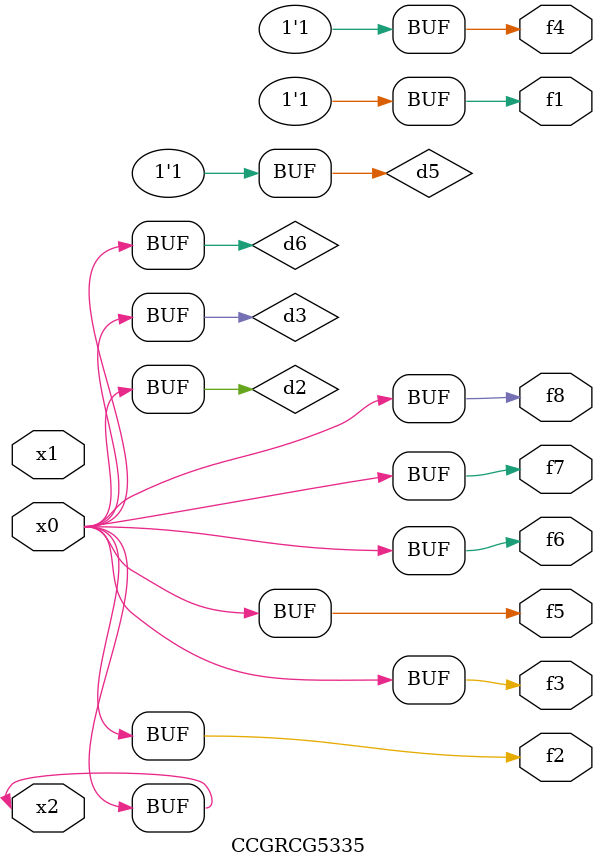
<source format=v>
module CCGRCG5335(
	input x0, x1, x2,
	output f1, f2, f3, f4, f5, f6, f7, f8
);

	wire d1, d2, d3, d4, d5, d6;

	xnor (d1, x2);
	buf (d2, x0, x2);
	and (d3, x0);
	xnor (d4, x1, x2);
	nand (d5, d1, d3);
	buf (d6, d2, d3);
	assign f1 = d5;
	assign f2 = d6;
	assign f3 = d6;
	assign f4 = d5;
	assign f5 = d6;
	assign f6 = d6;
	assign f7 = d6;
	assign f8 = d6;
endmodule

</source>
